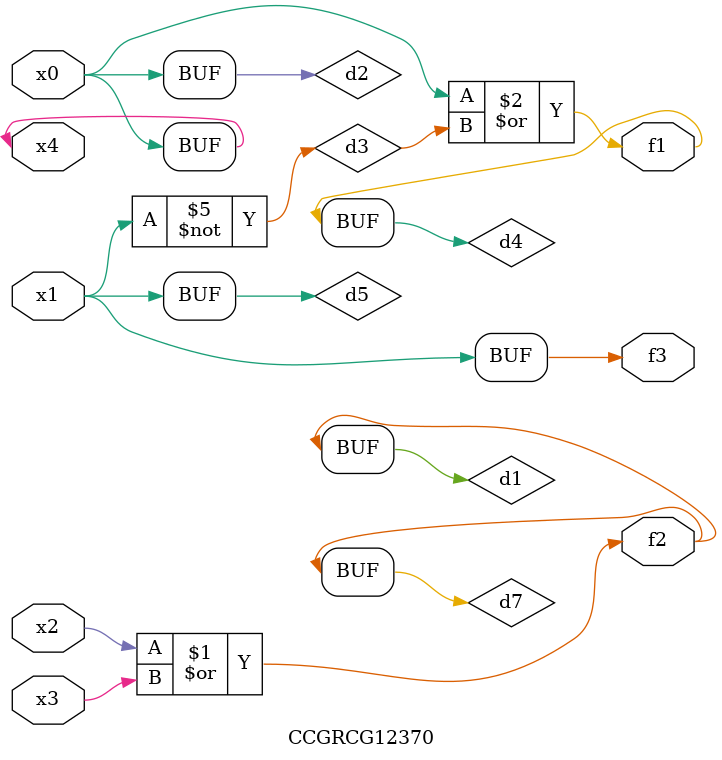
<source format=v>
module CCGRCG12370(
	input x0, x1, x2, x3, x4,
	output f1, f2, f3
);

	wire d1, d2, d3, d4, d5, d6, d7;

	or (d1, x2, x3);
	buf (d2, x0, x4);
	not (d3, x1);
	or (d4, d2, d3);
	not (d5, d3);
	nand (d6, d1, d3);
	or (d7, d1);
	assign f1 = d4;
	assign f2 = d7;
	assign f3 = d5;
endmodule

</source>
